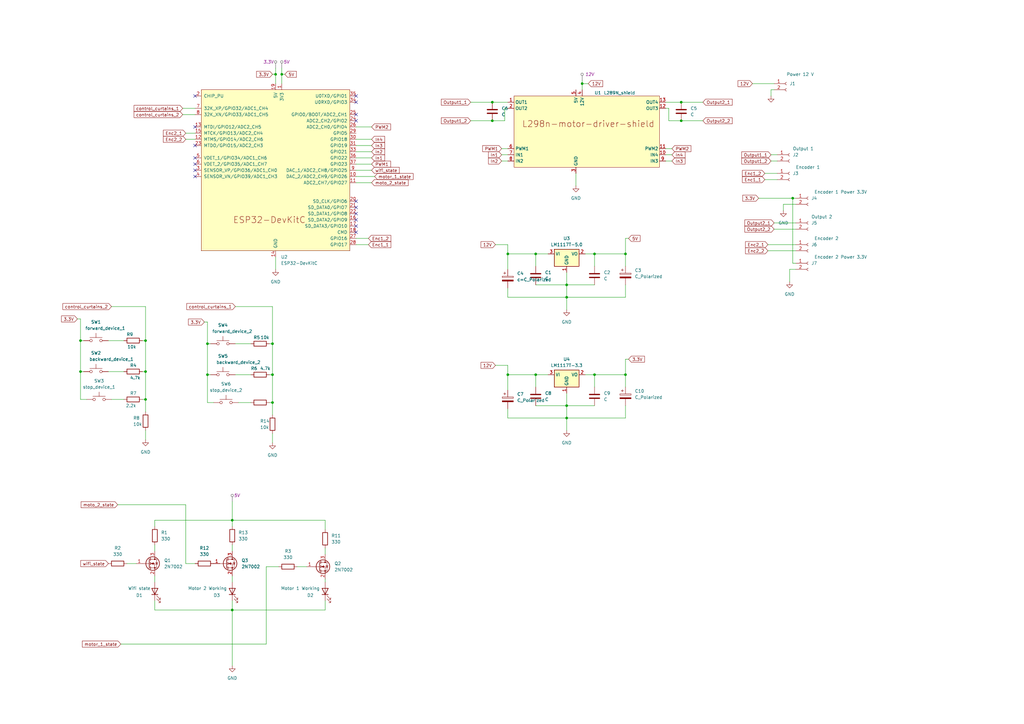
<source format=kicad_sch>
(kicad_sch (version 20230121) (generator eeschema)
  (paper "A3")
  (lib_symbols
    (symbol "Connector:Conn_01x02_Socket" (pin_names (offset 1.016) hide)
      (property "Reference" "J" (at 0 2.54 0))
      (property "Value" "Conn_01x02_Socket" (at 0 -5.08 0))
      (symbol "Conn_01x02_Socket_1_1"
        (arc (start 0 -2.032) (mid -0.5058 -2.54) (end 0 -3.048) (stroke (width 0.1524)))
        (polyline (pts (xy -1.27 -2.54) (xy -0.508 -2.54)) (stroke (width 0.1524)))
        (polyline (pts (xy -1.27 0) (xy -0.508 0)) (stroke (width 0.1524)))
        (arc (start 0 0.508) (mid -0.5058 0) (end 0 -0.508) (stroke (width 0.1524)))
        (pin passive line (at -5.08 0 0) (length 3.81) (name "Pin_1") (number "1"))
        (pin passive line (at -5.08 -2.54 0) (length 3.81) (name "Pin_2") (number "2"))
      )
    )
    (symbol "Device:C" (pin_numbers hide) (pin_names (offset 0.254))
      (property "Reference" "C" (at 0.635 2.54 0))
      (property "Value" "C" (at 0.635 -2.54 0))
      (symbol "C_0_1"
        (polyline (pts (xy -2.032 -0.762) (xy 2.032 -0.762)) (stroke (width 0.508)))
        (polyline (pts (xy -2.032 0.762) (xy 2.032 0.762)) (stroke (width 0.508)))
      )
      (symbol "C_1_1"
        (pin passive line (at 0 3.81 270) (length 2.794) (name "~") (number "1"))
        (pin passive line (at 0 -3.81 90) (length 2.794) (name "~") (number "2"))
      )
    )
    (symbol "Device:C_Polarized" (pin_numbers hide) (pin_names (offset 0.254))
      (property "Reference" "C" (at 0.635 2.54 0))
      (property "Value" "C_Polarized" (at 0.635 -2.54 0))
      (symbol "C_Polarized_0_1"
        (rectangle (start -2.286 0.508) (end 2.286 1.016))
        (polyline (pts (xy -1.778 2.286) (xy -0.762 2.286)))
        (polyline (pts (xy -1.27 2.794) (xy -1.27 1.778)))
        (rectangle (start 2.286 -0.508) (end -2.286 -1.016) (fill (type outline)))
      )
      (symbol "C_Polarized_1_1"
        (pin passive line (at 0 3.81 270) (length 2.794) (name "~") (number "1"))
        (pin passive line (at 0 -3.81 90) (length 2.794) (name "~") (number "2"))
      )
    )
    (symbol "Device:LED" (pin_numbers hide) (pin_names (offset 1.016) hide)
      (property "Reference" "D" (at 0 2.54 0))
      (property "Value" "LED" (at 0 -2.54 0))
      (symbol "LED_0_1"
        (polyline (pts (xy -1.27 -1.27) (xy -1.27 1.27)) (stroke (width 0.254)))
        (polyline (pts (xy -1.27 0) (xy 1.27 0)))
        (polyline (pts (xy 1.27 -1.27) (xy 1.27 1.27) (xy -1.27 0) (xy 1.27 -1.27)) (stroke (width 0.254)))
        (polyline (pts (xy -3.048 -0.762) (xy -4.572 -2.286) (xy -3.81 -2.286) (xy -4.572 -2.286) (xy -4.572 -1.524)))
        (polyline (pts (xy -1.778 -0.762) (xy -3.302 -2.286) (xy -2.54 -2.286) (xy -3.302 -2.286) (xy -3.302 -1.524)))
      )
      (symbol "LED_1_1"
        (pin passive line (at -3.81 0 0) (length 2.54) (name "K") (number "1"))
        (pin passive line (at 3.81 0 180) (length 2.54) (name "A") (number "2"))
      )
    )
    (symbol "Device:R" (pin_numbers hide) (pin_names (offset 0))
      (property "Reference" "R" (at 2.032 0 90))
      (property "Value" "R" (at 0 0 90))
      (symbol "R_0_1"
        (rectangle (start -1.016 -2.54) (end 1.016 2.54) (stroke (width 0.254)))
      )
      (symbol "R_1_1"
        (pin passive line (at 0 3.81 270) (length 1.27) (name "~") (number "1"))
        (pin passive line (at 0 -3.81 90) (length 1.27) (name "~") (number "2"))
      )
    )
    (symbol "PCM_Espressif:ESP32-DevKitC" (pin_names (offset 1.016))
      (property "Reference" "U" (at -30.48 38.1 0))
      (property "Value" "ESP32-DevKitC" (at -30.48 35.56 0))
      (symbol "ESP32-DevKitC_0_0"
        (text "ESP32-DevKitC" (at -2.54 -20.32 0) (effects (font (size 2.54 2.54))))
        (pin power_in line (at 0 -35.56 90) (length 2.54) (name "GND") (number "14"))
        (pin power_in line (at 0 35.56 270) (length 2.54) (name "5V") (number "19"))
      )
      (symbol "ESP32-DevKitC_0_1"
        (rectangle (start -30.48 33.02) (end 30.48 -33.02) (fill (type background)))
      )
      (symbol "ESP32-DevKitC_1_1"
        (pin power_in line (at 2.54 35.56 270) (length 2.54) (name "3V3") (number "1"))
        (pin bidirectional line (at 33.02 -2.54 180) (length 2.54) (name "DAC_2/ADC2_CH9/GPIO26") (number "10"))
        (pin bidirectional line (at 33.02 -5.08 180) (length 2.54) (name "ADC2_CH7/GPIO27") (number "11"))
        (pin bidirectional line (at -33.02 12.7 0) (length 2.54) (name "MTMS/GPIO14/ADC2_CH6") (number "12"))
        (pin bidirectional line (at -33.02 17.78 0) (length 2.54) (name "MTDI/GPIO12/ADC2_CH5") (number "13"))
        (pin bidirectional line (at -33.02 15.24 0) (length 2.54) (name "MTCK/GPIO13/ADC2_CH4") (number "15"))
        (pin bidirectional line (at 33.02 -20.32 180) (length 2.54) (name "SD_DATA2/GPIO9") (number "16"))
        (pin bidirectional line (at 33.02 -22.86 180) (length 2.54) (name "SD_DATA3/GPIO10") (number "17"))
        (pin bidirectional line (at 33.02 -25.4 180) (length 2.54) (name "CMD") (number "18"))
        (pin input line (at -33.02 30.48 0) (length 2.54) (name "CHIP_PU") (number "2"))
        (pin bidirectional line (at 33.02 -12.7 180) (length 2.54) (name "SD_CLK/GPIO6") (number "20"))
        (pin bidirectional line (at 33.02 -15.24 180) (length 2.54) (name "SD_DATA0/GPIO7") (number "21"))
        (pin bidirectional line (at 33.02 -17.78 180) (length 2.54) (name "SD_DATA1/GPIO8") (number "22"))
        (pin bidirectional line (at -33.02 10.16 0) (length 2.54) (name "MTDO/GPIO15/ADC2_CH3") (number "23"))
        (pin bidirectional line (at 33.02 20.32 180) (length 2.54) (name "ADC2_CH2/GPIO2") (number "24"))
        (pin bidirectional line (at 33.02 22.86 180) (length 2.54) (name "GPIO0/BOOT/ADC2_CH1") (number "25"))
        (pin bidirectional line (at 33.02 17.78 180) (length 2.54) (name "ADC2_CH0/GPIO4") (number "26"))
        (pin bidirectional line (at 33.02 -27.94 180) (length 2.54) (name "GPIO16") (number "27"))
        (pin bidirectional line (at 33.02 -30.48 180) (length 2.54) (name "GPIO17") (number "28"))
        (pin bidirectional line (at 33.02 15.24 180) (length 2.54) (name "GPIO5") (number "29"))
        (pin input line (at -33.02 0 0) (length 2.54) (name "SENSOR_VP/GPIO36/ADC1_CH0") (number "3"))
        (pin bidirectional line (at 33.02 12.7 180) (length 2.54) (name "GPIO18") (number "30"))
        (pin bidirectional line (at 33.02 10.16 180) (length 2.54) (name "GPIO19") (number "31"))
        (pin passive line (at 0 -35.56 90) (length 2.54) hide (name "GND") (number "32"))
        (pin bidirectional line (at 33.02 7.62 180) (length 2.54) (name "GPIO21") (number "33"))
        (pin bidirectional line (at 33.02 27.94 180) (length 2.54) (name "U0RXD/GPIO3") (number "34"))
        (pin bidirectional line (at 33.02 30.48 180) (length 2.54) (name "U0TXD/GPIO1") (number "35"))
        (pin bidirectional line (at 33.02 5.08 180) (length 2.54) (name "GPIO22") (number "36"))
        (pin bidirectional line (at 33.02 2.54 180) (length 2.54) (name "GPIO23") (number "37"))
        (pin passive line (at 0 -35.56 90) (length 2.54) hide (name "GND") (number "38"))
        (pin input line (at -33.02 -2.54 0) (length 2.54) (name "SENSOR_VN/GPIO39/ADC1_CH3") (number "4"))
        (pin input line (at -33.02 5.08 0) (length 2.54) (name "VDET_1/GPIO34/ADC1_CH6") (number "5"))
        (pin input line (at -33.02 2.54 0) (length 2.54) (name "VDET_2/GPIO35/ADC1_CH7") (number "6"))
        (pin bidirectional line (at -33.02 25.4 0) (length 2.54) (name "32K_XP/GPIO32/ADC1_CH4") (number "7"))
        (pin bidirectional line (at -33.02 22.86 0) (length 2.54) (name "32K_XN/GPIO33/ADC1_CH5") (number "8"))
        (pin bidirectional line (at 33.02 0 180) (length 2.54) (name "DAC_1/ADC2_CH8/GPIO25") (number "9"))
      )
    )
    (symbol "Regulator_Linear:LM1117T-3.3"
      (property "Reference" "U" (at -3.81 3.175 0))
      (property "Value" "LM1117T-3.3" (at 0 3.175 0))
      (symbol "LM1117T-3.3_0_1"
        (rectangle (start -5.08 -5.08) (end 5.08 1.905) (stroke (width 0.254)) (fill (type background)))
      )
      (symbol "LM1117T-3.3_1_1"
        (pin power_in line (at 0 -7.62 90) (length 2.54) (name "GND") (number "1"))
        (pin power_out line (at 7.62 0 180) (length 2.54) (name "VO") (number "2"))
        (pin power_in line (at -7.62 0 0) (length 2.54) (name "VI") (number "3"))
      )
    )
    (symbol "Regulator_Linear:LM1117T-5.0"
      (property "Reference" "U" (at -3.81 3.175 0))
      (property "Value" "LM1117T-5.0" (at 0 3.175 0))
      (symbol "LM1117T-5.0_0_1"
        (rectangle (start -5.08 -5.08) (end 5.08 1.905) (stroke (width 0.254)) (fill (type background)))
      )
      (symbol "LM1117T-5.0_1_1"
        (pin power_in line (at 0 -7.62 90) (length 2.54) (name "GND") (number "1"))
        (pin power_out line (at 7.62 0 180) (length 2.54) (name "VO") (number "2"))
        (pin power_in line (at -7.62 0 0) (length 2.54) (name "VI") (number "3"))
      )
    )
    (symbol "Switch:SW_Push" (pin_numbers hide) (pin_names (offset 1.016) hide)
      (property "Reference" "SW" (at 1.27 2.54 0))
      (property "Value" "SW_Push" (at 0 -1.524 0))
      (symbol "SW_Push_0_1"
        (circle (center -2.032 0) (radius 0.508))
        (polyline (pts (xy 0 1.27) (xy 0 3.048)))
        (polyline (pts (xy 2.54 1.27) (xy -2.54 1.27)))
        (circle (center 2.032 0) (radius 0.508))
        (pin passive line (at -5.08 0 0) (length 2.54) (name "1") (number "1"))
        (pin passive line (at 5.08 0 180) (length 2.54) (name "2") (number "2"))
      )
    )
    (symbol "Transistor_FET:2N7002" (pin_names hide)
      (property "Reference" "Q" (at 5.08 1.905 0))
      (property "Value" "2N7002" (at 5.08 0 0))
      (symbol "2N7002_0_1"
        (polyline (pts (xy 0.254 0) (xy -2.54 0)))
        (polyline (pts (xy 0.254 1.905) (xy 0.254 -1.905)) (stroke (width 0.254)))
        (polyline (pts (xy 0.762 -1.27) (xy 0.762 -2.286)) (stroke (width 0.254)))
        (polyline (pts (xy 0.762 0.508) (xy 0.762 -0.508)) (stroke (width 0.254)))
        (polyline (pts (xy 0.762 2.286) (xy 0.762 1.27)) (stroke (width 0.254)))
        (polyline (pts (xy 2.54 2.54) (xy 2.54 1.778)))
        (polyline (pts (xy 2.54 -2.54) (xy 2.54 0) (xy 0.762 0)))
        (polyline (pts (xy 0.762 -1.778) (xy 3.302 -1.778) (xy 3.302 1.778) (xy 0.762 1.778)))
        (polyline (pts (xy 1.016 0) (xy 2.032 0.381) (xy 2.032 -0.381) (xy 1.016 0)) (fill (type outline)))
        (polyline (pts (xy 2.794 0.508) (xy 2.921 0.381) (xy 3.683 0.381) (xy 3.81 0.254)))
        (polyline (pts (xy 3.302 0.381) (xy 2.921 -0.254) (xy 3.683 -0.254) (xy 3.302 0.381)))
        (circle (center 1.651 0) (radius 2.794) (stroke (width 0.254)))
        (circle (center 2.54 -1.778) (radius 0.254) (fill (type outline)))
        (circle (center 2.54 1.778) (radius 0.254) (fill (type outline)))
      )
      (symbol "2N7002_1_1"
        (pin input line (at -5.08 0 0) (length 2.54) (name "G") (number "1"))
        (pin passive line (at 2.54 -5.08 90) (length 2.54) (name "S") (number "2"))
        (pin passive line (at 2.54 5.08 270) (length 2.54) (name "D") (number "3"))
      )
    )
    (symbol "balashoff_sym:L289N_shield"
      (property "Reference" "U1" (at 7.62 20.32 0))
      (property "Value" "L289N_shield" (at 11.43 20.32 0))
      (symbol "L289N_shield_0_1"
        (rectangle (start -25.4 19.05) (end 34.29 -10.16) (fill (type background)))
      )
      (symbol "L289N_shield_1_0"
        (text "L298n-motor-driver-shield" (at 5.08 7.62 0) (effects (font (size 2.54 2.54))))
      )
      (symbol "L289N_shield_1_1"
        (pin output line (at -27.94 16.51 0) (length 2.54) (name "OUT1") (number "1"))
        (pin input line (at 36.83 -5.08 180) (length 2.54) (name "IN4") (number "10"))
        (pin input line (at 36.83 -2.54 180) (length 2.54) (name "PWM2") (number "11"))
        (pin output line (at 36.83 13.97 180) (length 2.54) (name "OUT3") (number "12"))
        (pin output line (at 36.83 16.51 180) (length 2.54) (name "OUT4") (number "13"))
        (pin output line (at -27.94 13.97 0) (length 2.54) (name "OUT2") (number "2"))
        (pin passive line (at 0 -12.7 90) (length 2.54) (name "GND") (number "3"))
        (pin power_in line (at 2.54 21.59 270) (length 2.54) (name "12V") (number "4"))
        (pin power_in line (at 0 21.59 270) (length 2.54) (name "5V") (number "5"))
        (pin input line (at -27.94 -2.54 0) (length 2.54) (name "PWM1") (number "6"))
        (pin input line (at -27.94 -5.08 0) (length 2.54) (name "IN1") (number "7"))
        (pin input line (at -27.94 -7.62 0) (length 2.54) (name "IN2") (number "8"))
        (pin input line (at 36.83 -7.62 180) (length 2.54) (name "IN3") (number "9"))
      )
    )
    (symbol "power:GND" (power) (pin_names (offset 0))
      (property "Value" "GND" (at 0 -3.81 0))
      (symbol "GND_0_1"
        (polyline (pts (xy 0 0) (xy 0 -1.27) (xy 1.27 -1.27) (xy 0 -2.54) (xy -1.27 -1.27) (xy 0 -1.27)))
      )
      (symbol "GND_1_1"
        (pin power_in line (at 0 0 270) (length 0) hide (name "GND") (number "1"))
      )
    )
  )
  (junction (at 208.28 153.67))
  (junction (at 85.09 153.67))
  (junction (at 232.41 171.45))
  (junction (at 256.54 153.67))
  (junction (at 279.4 49.53))
  (junction (at 208.28 104.14))
  (junction (at 325.12 81.28))
  (junction (at 243.84 153.67))
  (junction (at 59.69 139.7))
  (junction (at 115.57 30.48))
  (junction (at 59.69 163.83))
  (junction (at 33.02 152.4))
  (junction (at 201.93 49.53))
  (junction (at 219.71 104.14))
  (junction (at 59.69 152.4))
  (junction (at 256.54 104.14))
  (junction (at 201.93 41.91))
  (junction (at 238.76 34.29))
  (junction (at 113.03 30.48))
  (junction (at 111.76 165.1))
  (junction (at 111.76 140.97))
  (junction (at 232.41 116.84))
  (junction (at 95.25 213.36))
  (junction (at 232.41 121.92))
  (junction (at 111.76 153.67))
  (junction (at 219.71 153.67))
  (junction (at 243.84 104.14))
  (junction (at 232.41 166.37))
  (junction (at 33.02 139.7))
  (junction (at 279.4 41.91))
  (junction (at 95.25 250.19))
  (junction (at 85.09 140.97))
  (no_connect (at 80.01 69.85))
  (no_connect (at 146.05 46.99))
  (no_connect (at 146.05 49.53))
  (no_connect (at 80.01 59.69))
  (no_connect (at 146.05 90.17))
  (no_connect (at 80.01 67.31))
  (no_connect (at 146.05 39.37))
  (no_connect (at 146.05 92.71))
  (no_connect (at 146.05 95.25))
  (no_connect (at 80.01 52.07))
  (no_connect (at 80.01 39.37))
  (no_connect (at 146.05 82.55))
  (no_connect (at 146.05 41.91))
  (no_connect (at 146.05 87.63))
  (no_connect (at 80.01 64.77))
  (no_connect (at 146.05 85.09))
  (no_connect (at 80.01 72.39))
  (wire (pts (xy 323.85 110.49) (xy 326.39 110.49)))
  (wire (pts (xy 314.96 102.87) (xy 326.39 102.87)))
  (wire (pts (xy 109.22 264.16) (xy 109.22 232.41)))
  (wire (pts (xy 279.4 49.53) (xy 274.32 49.53)))
  (wire (pts (xy 95.25 236.22) (xy 95.25 238.76)))
  (wire (pts (xy 74.93 46.99) (xy 80.01 46.99)))
  (wire (pts (xy 238.76 34.29) (xy 241.3 34.29)))
  (wire (pts (xy 133.35 250.19) (xy 133.35 246.38)))
  (wire (pts (xy 232.41 116.84) (xy 243.84 116.84)))
  (wire (pts (xy 52.07 231.14) (xy 55.88 231.14)))
  (wire (pts (xy 273.05 66.04) (xy 275.59 66.04)))
  (wire (pts (xy 257.81 97.79) (xy 256.54 97.79)))
  (wire (pts (xy 96.52 153.67) (xy 102.87 153.67)))
  (wire (pts (xy 76.2 207.01) (xy 48.26 207.01)))
  (wire (pts (xy 232.41 121.92) (xy 232.41 127)))
  (wire (pts (xy 203.2 149.86) (xy 208.28 149.86)))
  (wire (pts (xy 63.5 223.52) (xy 63.5 226.06)))
  (wire (pts (xy 256.54 109.22) (xy 256.54 104.14)))
  (wire (pts (xy 321.31 83.82) (xy 326.39 83.82)))
  (wire (pts (xy 256.54 171.45) (xy 256.54 166.37)))
  (wire (pts (xy 323.85 110.49) (xy 323.85 115.57)))
  (wire (pts (xy 238.76 33.02) (xy 238.76 34.29)))
  (wire (pts (xy 316.23 36.83) (xy 316.23 39.37)))
  (wire (pts (xy 256.54 121.92) (xy 256.54 116.84)))
  (wire (pts (xy 49.53 264.16) (xy 109.22 264.16)))
  (wire (pts (xy 321.31 83.82) (xy 321.31 86.36)))
  (wire (pts (xy 232.41 161.29) (xy 232.41 166.37)))
  (wire (pts (xy 85.09 140.97) (xy 85.09 153.67)))
  (wire (pts (xy 63.5 236.22) (xy 63.5 238.76)))
  (wire (pts (xy 44.45 152.4) (xy 50.8 152.4)))
  (wire (pts (xy 59.69 163.83) (xy 59.69 168.91)))
  (wire (pts (xy 273.05 63.5) (xy 275.59 63.5)))
  (wire (pts (xy 205.74 66.04) (xy 208.28 66.04)))
  (wire (pts (xy 45.72 125.73) (xy 59.69 125.73)))
  (wire (pts (xy 133.35 224.79) (xy 133.35 227.33)))
  (wire (pts (xy 208.28 104.14) (xy 208.28 110.49)))
  (wire (pts (xy 274.32 44.45) (xy 273.05 44.45)))
  (wire (pts (xy 95.25 213.36) (xy 133.35 213.36)))
  (wire (pts (xy 44.45 139.7) (xy 50.8 139.7)))
  (wire (pts (xy 31.75 130.81) (xy 33.02 130.81)))
  (wire (pts (xy 45.72 163.83) (xy 50.8 163.83)))
  (wire (pts (xy 256.54 104.14) (xy 243.84 104.14)))
  (wire (pts (xy 58.42 163.83) (xy 59.69 163.83)))
  (wire (pts (xy 256.54 158.75) (xy 256.54 153.67)))
  (wire (pts (xy 243.84 158.75) (xy 243.84 153.67)))
  (wire (pts (xy 313.69 73.66) (xy 318.77 73.66)))
  (wire (pts (xy 207.01 44.45) (xy 208.28 44.45)))
  (wire (pts (xy 273.05 60.96) (xy 275.59 60.96)))
  (wire (pts (xy 274.32 49.53) (xy 274.32 44.45)))
  (wire (pts (xy 207.01 49.53) (xy 207.01 44.45)))
  (wire (pts (xy 113.03 30.48) (xy 113.03 34.29)))
  (wire (pts (xy 63.5 250.19) (xy 95.25 250.19)))
  (wire (pts (xy 113.03 110.49) (xy 113.03 105.41)))
  (wire (pts (xy 110.49 140.97) (xy 111.76 140.97)))
  (wire (pts (xy 208.28 118.11) (xy 208.28 121.92)))
  (wire (pts (xy 111.76 153.67) (xy 111.76 140.97)))
  (wire (pts (xy 208.28 171.45) (xy 232.41 171.45)))
  (wire (pts (xy 243.84 109.22) (xy 243.84 104.14)))
  (wire (pts (xy 35.56 163.83) (xy 33.02 163.83)))
  (wire (pts (xy 33.02 130.81) (xy 33.02 139.7)))
  (wire (pts (xy 110.49 165.1) (xy 111.76 165.1)))
  (wire (pts (xy 146.05 62.23) (xy 152.4 62.23)))
  (wire (pts (xy 232.41 171.45) (xy 256.54 171.45)))
  (wire (pts (xy 311.15 81.28) (xy 325.12 81.28)))
  (wire (pts (xy 219.71 104.14) (xy 224.79 104.14)))
  (wire (pts (xy 243.84 153.67) (xy 240.03 153.67)))
  (wire (pts (xy 110.49 153.67) (xy 111.76 153.67)))
  (wire (pts (xy 76.2 57.15) (xy 80.01 57.15)))
  (wire (pts (xy 325.12 81.28) (xy 326.39 81.28)))
  (wire (pts (xy 232.41 166.37) (xy 232.41 171.45)))
  (wire (pts (xy 146.05 97.79) (xy 151.13 97.79)))
  (wire (pts (xy 33.02 139.7) (xy 33.02 152.4)))
  (wire (pts (xy 279.4 49.53) (xy 288.29 49.53)))
  (wire (pts (xy 95.25 223.52) (xy 95.25 226.06)))
  (wire (pts (xy 95.25 250.19) (xy 133.35 250.19)))
  (wire (pts (xy 316.23 63.5) (xy 318.77 63.5)))
  (wire (pts (xy 59.69 176.53) (xy 59.69 180.34)))
  (wire (pts (xy 86.36 140.97) (xy 85.09 140.97)))
  (wire (pts (xy 59.69 152.4) (xy 59.69 139.7)))
  (wire (pts (xy 58.42 152.4) (xy 59.69 152.4)))
  (wire (pts (xy 193.04 41.91) (xy 201.93 41.91)))
  (wire (pts (xy 243.84 104.14) (xy 240.03 104.14)))
  (wire (pts (xy 115.57 27.94) (xy 115.57 30.48)))
  (wire (pts (xy 257.81 147.32) (xy 256.54 147.32)))
  (wire (pts (xy 208.28 100.33) (xy 208.28 104.14)))
  (wire (pts (xy 113.03 27.94) (xy 113.03 30.48)))
  (wire (pts (xy 115.57 30.48) (xy 116.84 30.48)))
  (wire (pts (xy 219.71 109.22) (xy 219.71 104.14)))
  (wire (pts (xy 63.5 246.38) (xy 63.5 250.19)))
  (wire (pts (xy 317.5 93.98) (xy 326.39 93.98)))
  (wire (pts (xy 308.61 34.29) (xy 317.5 34.29)))
  (wire (pts (xy 146.05 72.39) (xy 153.67 72.39)))
  (wire (pts (xy 59.69 163.83) (xy 59.69 152.4)))
  (wire (pts (xy 256.54 147.32) (xy 256.54 153.67)))
  (wire (pts (xy 95.25 250.19) (xy 95.25 273.05)))
  (wire (pts (xy 95.25 246.38) (xy 95.25 250.19)))
  (wire (pts (xy 63.5 213.36) (xy 95.25 213.36)))
  (wire (pts (xy 219.71 116.84) (xy 232.41 116.84)))
  (wire (pts (xy 232.41 116.84) (xy 232.41 121.92)))
  (wire (pts (xy 208.28 153.67) (xy 219.71 153.67)))
  (wire (pts (xy 325.12 107.95) (xy 325.12 81.28)))
  (wire (pts (xy 256.54 97.79) (xy 256.54 104.14)))
  (wire (pts (xy 208.28 104.14) (xy 219.71 104.14)))
  (wire (pts (xy 317.5 36.83) (xy 316.23 36.83)))
  (wire (pts (xy 316.23 66.04) (xy 318.77 66.04)))
  (wire (pts (xy 205.74 63.5) (xy 208.28 63.5)))
  (wire (pts (xy 238.76 34.29) (xy 238.76 36.83)))
  (wire (pts (xy 33.02 152.4) (xy 34.29 152.4)))
  (wire (pts (xy 111.76 177.8) (xy 111.76 181.61)))
  (wire (pts (xy 85.09 153.67) (xy 85.09 165.1)))
  (wire (pts (xy 111.76 165.1) (xy 111.76 170.18)))
  (wire (pts (xy 95.25 213.36) (xy 95.25 215.9)))
  (wire (pts (xy 203.2 100.33) (xy 208.28 100.33)))
  (wire (pts (xy 59.69 125.73) (xy 59.69 139.7)))
  (wire (pts (xy 201.93 41.91) (xy 208.28 41.91)))
  (wire (pts (xy 313.69 71.12) (xy 318.77 71.12)))
  (wire (pts (xy 219.71 158.75) (xy 219.71 153.67)))
  (wire (pts (xy 111.76 30.48) (xy 113.03 30.48)))
  (wire (pts (xy 146.05 57.15) (xy 152.4 57.15)))
  (wire (pts (xy 232.41 121.92) (xy 256.54 121.92)))
  (wire (pts (xy 96.52 140.97) (xy 102.87 140.97)))
  (wire (pts (xy 146.05 100.33) (xy 151.13 100.33)))
  (wire (pts (xy 317.5 91.44) (xy 326.39 91.44)))
  (wire (pts (xy 279.4 41.91) (xy 273.05 41.91)))
  (wire (pts (xy 232.41 166.37) (xy 243.84 166.37)))
  (wire (pts (xy 205.74 60.96) (xy 208.28 60.96)))
  (wire (pts (xy 152.4 74.93) (xy 146.05 74.93)))
  (wire (pts (xy 58.42 139.7) (xy 59.69 139.7)))
  (wire (pts (xy 85.09 153.67) (xy 86.36 153.67)))
  (wire (pts (xy 76.2 231.14) (xy 76.2 207.01)))
  (wire (pts (xy 133.35 237.49) (xy 133.35 238.76)))
  (wire (pts (xy 85.09 132.08) (xy 85.09 140.97)))
  (wire (pts (xy 115.57 30.48) (xy 115.57 34.29)))
  (wire (pts (xy 83.82 132.08) (xy 85.09 132.08)))
  (wire (pts (xy 109.22 232.41) (xy 114.3 232.41)))
  (wire (pts (xy 219.71 166.37) (xy 232.41 166.37)))
  (wire (pts (xy 34.29 139.7) (xy 33.02 139.7)))
  (wire (pts (xy 80.01 231.14) (xy 76.2 231.14)))
  (wire (pts (xy 201.93 49.53) (xy 207.01 49.53)))
  (wire (pts (xy 152.4 69.85) (xy 146.05 69.85)))
  (wire (pts (xy 146.05 67.31) (xy 152.4 67.31)))
  (wire (pts (xy 96.52 125.73) (xy 111.76 125.73)))
  (wire (pts (xy 111.76 125.73) (xy 111.76 140.97)))
  (wire (pts (xy 146.05 64.77) (xy 152.4 64.77)))
  (wire (pts (xy 232.41 171.45) (xy 232.41 176.53)))
  (wire (pts (xy 76.2 54.61) (xy 80.01 54.61)))
  (wire (pts (xy 208.28 149.86) (xy 208.28 153.67)))
  (wire (pts (xy 33.02 152.4) (xy 33.02 163.83)))
  (wire (pts (xy 97.79 165.1) (xy 102.87 165.1)))
  (wire (pts (xy 95.25 205.74) (xy 95.25 213.36)))
  (wire (pts (xy 74.93 44.45) (xy 80.01 44.45)))
  (wire (pts (xy 232.41 111.76) (xy 232.41 116.84)))
  (wire (pts (xy 87.63 165.1) (xy 85.09 165.1)))
  (wire (pts (xy 326.39 107.95) (xy 325.12 107.95)))
  (wire (pts (xy 256.54 153.67) (xy 243.84 153.67)))
  (wire (pts (xy 314.96 100.33) (xy 326.39 100.33)))
  (wire (pts (xy 208.28 153.67) (xy 208.28 160.02)))
  (wire (pts (xy 193.04 49.53) (xy 201.93 49.53)))
  (wire (pts (xy 146.05 59.69) (xy 152.4 59.69)))
  (wire (pts (xy 111.76 165.1) (xy 111.76 153.67)))
  (wire (pts (xy 208.28 121.92) (xy 232.41 121.92)))
  (wire (pts (xy 288.29 41.91) (xy 279.4 41.91)))
  (wire (pts (xy 63.5 215.9) (xy 63.5 213.36)))
  (wire (pts (xy 236.22 71.12) (xy 236.22 76.2)))
  (wire (pts (xy 208.28 167.64) (xy 208.28 171.45)))
  (wire (pts (xy 121.92 232.41) (xy 125.73 232.41)))
  (wire (pts (xy 133.35 213.36) (xy 133.35 217.17)))
  (wire (pts (xy 219.71 153.67) (xy 224.79 153.67)))
  (wire (pts (xy 146.05 52.07) (xy 152.4 52.07)))
  (global_label "Output2_1" (shape input) (at 288.29 41.91 0) (property "Intersheetrefs" "${INTERSHEET_REFS}" (effects hide)))
  (global_label "5V" (shape input) (at 257.81 97.79 0) (property "Intersheetrefs" "${INTERSHEET_REFS}" (effects hide)))
  (global_label "Output2_1" (shape input) (at 317.5 91.44 180) (property "Intersheetrefs" "${INTERSHEET_REFS}" (effects hide)))
  (global_label "In4" (shape input) (at 275.59 63.5 0) (property "Intersheetrefs" "${INTERSHEET_REFS}" (effects hide)))
  (global_label "5V" (shape input) (at 116.84 30.48 0) (property "Intersheetrefs" "${INTERSHEET_REFS}" (effects hide)))
  (global_label "3.3V" (shape input) (at 31.75 130.81 180) (property "Intersheetrefs" "${INTERSHEET_REFS}" (effects hide)))
  (global_label "In3" (shape input) (at 275.59 66.04 0) (property "Intersheetrefs" "${INTERSHEET_REFS}" (effects hide)))
  (global_label "Enc2_1" (shape input) (at 76.2 54.61 180) (property "Intersheetrefs" "${INTERSHEET_REFS}" (effects hide)))
  (global_label "PWM2" (shape input) (at 275.59 60.96 0) (property "Intersheetrefs" "${INTERSHEET_REFS}" (effects hide)))
  (global_label "control_curtains_2" (shape input) (at 74.93 46.99 180) (property "Intersheetrefs" "${INTERSHEET_REFS}" (effects hide)))
  (global_label "Output1_2" (shape input) (at 316.23 66.04 180) (property "Intersheetrefs" "${INTERSHEET_REFS}" (effects hide)))
  (global_label "PWM1" (shape input) (at 152.4 67.31 0) (property "Intersheetrefs" "${INTERSHEET_REFS}" (effects hide)))
  (global_label "control_curtains_2" (shape input) (at 45.72 125.73 180) (property "Intersheetrefs" "${INTERSHEET_REFS}" (effects hide)))
  (global_label "3.3V" (shape input) (at 83.82 132.08 180) (property "Intersheetrefs" "${INTERSHEET_REFS}" (effects hide)))
  (global_label "control_curtains_1" (shape input) (at 96.52 125.73 180) (property "Intersheetrefs" "${INTERSHEET_REFS}" (effects hide)))
  (global_label "In3" (shape input) (at 152.4 59.69 0) (property "Intersheetrefs" "${INTERSHEET_REFS}" (effects hide)))
  (global_label "12V" (shape input) (at 203.2 100.33 180) (property "Intersheetrefs" "${INTERSHEET_REFS}" (effects hide)))
  (global_label "control_curtains_1" (shape input) (at 74.93 44.45 180) (property "Intersheetrefs" "${INTERSHEET_REFS}" (effects hide)))
  (global_label "wifi_state" (shape input) (at 44.45 231.14 180) (property "Intersheetrefs" "${INTERSHEET_REFS}" (effects hide)))
  (global_label "Enc2_2" (shape input) (at 314.96 102.87 180) (property "Intersheetrefs" "${INTERSHEET_REFS}" (effects hide)))
  (global_label "wifi_state" (shape input) (at 152.4 69.85 0) (property "Intersheetrefs" "${INTERSHEET_REFS}" (effects hide)))
  (global_label "motor_1_state" (shape input) (at 49.53 264.16 180) (property "Intersheetrefs" "${INTERSHEET_REFS}" (effects hide)))
  (global_label "Output2_2" (shape input) (at 288.29 49.53 0) (property "Intersheetrefs" "${INTERSHEET_REFS}" (effects hide)))
  (global_label "12V" (shape input) (at 241.3 34.29 0) (property "Intersheetrefs" "${INTERSHEET_REFS}" (effects hide)))
  (global_label "motor_1_state" (shape input) (at 153.67 72.39 0) (property "Intersheetrefs" "${INTERSHEET_REFS}" (effects hide)))
  (global_label "3.3V" (shape input) (at 257.81 147.32 0) (property "Intersheetrefs" "${INTERSHEET_REFS}" (effects hide)))
  (global_label "moto_2_state" (shape input) (at 152.4 74.93 0) (property "Intersheetrefs" "${INTERSHEET_REFS}" (effects hide)))
  (global_label "Enc1_1" (shape input) (at 151.13 100.33 0) (property "Intersheetrefs" "${INTERSHEET_REFS}" (effects hide)))
  (global_label "Output1_2" (shape input) (at 193.04 49.53 180) (property "Intersheetrefs" "${INTERSHEET_REFS}" (effects hide)))
  (global_label "Enc2_2" (shape input) (at 76.2 57.15 180) (property "Intersheetrefs" "${INTERSHEET_REFS}" (effects hide)))
  (global_label "PWM1" (shape input) (at 205.74 60.96 180) (property "Intersheetrefs" "${INTERSHEET_REFS}" (effects hide)))
  (global_label "In1" (shape input) (at 152.4 64.77 0) (property "Intersheetrefs" "${INTERSHEET_REFS}" (effects hide)))
  (global_label "In1" (shape input) (at 205.74 63.5 180) (property "Intersheetrefs" "${INTERSHEET_REFS}" (effects hide)))
  (global_label "In4" (shape input) (at 152.4 57.15 0) (property "Intersheetrefs" "${INTERSHEET_REFS}" (effects hide)))
  (global_label "12V" (shape input) (at 308.61 34.29 180) (property "Intersheetrefs" "${INTERSHEET_REFS}" (effects hide)))
  (global_label "Enc1_2" (shape input) (at 313.69 71.12 180) (property "Intersheetrefs" "${INTERSHEET_REFS}" (effects hide)))
  (global_label "In2" (shape input) (at 205.74 66.04 180) (property "Intersheetrefs" "${INTERSHEET_REFS}" (effects hide)))
  (global_label "3.3V" (shape input) (at 111.76 30.48 180) (property "Intersheetrefs" "${INTERSHEET_REFS}" (effects hide)))
  (global_label "Output2_2" (shape input) (at 317.5 93.98 180) (property "Intersheetrefs" "${INTERSHEET_REFS}" (effects hide)))
  (global_label "3.3V" (shape input) (at 311.15 81.28 180) (property "Intersheetrefs" "${INTERSHEET_REFS}" (effects hide)))
  (global_label "PWM2" (shape input) (at 152.4 52.07 0) (property "Intersheetrefs" "${INTERSHEET_REFS}" (effects hide)))
  (global_label "moto_2_state" (shape input) (at 48.26 207.01 180) (property "Intersheetrefs" "${INTERSHEET_REFS}" (effects hide)))
  (global_label "12V" (shape input) (at 203.2 149.86 180) (property "Intersheetrefs" "${INTERSHEET_REFS}" (effects hide)))
  (global_label "Output1_1" (shape input) (at 193.04 41.91 180) (property "Intersheetrefs" "${INTERSHEET_REFS}" (effects hide)))
  (global_label "Enc1_2" (shape input) (at 151.13 97.79 0) (property "Intersheetrefs" "${INTERSHEET_REFS}" (effects hide)))
  (global_label "Enc1_1" (shape input) (at 313.69 73.66 180) (property "Intersheetrefs" "${INTERSHEET_REFS}" (effects hide)))
  (global_label "Output1_1" (shape input) (at 316.23 63.5 180) (property "Intersheetrefs" "${INTERSHEET_REFS}" (effects hide)))
  (global_label "In2" (shape input) (at 152.4 62.23 0) (property "Intersheetrefs" "${INTERSHEET_REFS}" (effects hide)))
  (global_label "Enc2_1" (shape input) (at 314.96 100.33 180) (property "Intersheetrefs" "${INTERSHEET_REFS}" (effects hide)))
  (netclass_flag "" (length 2.54) (shape round) (at 115.57 27.94 0) (property "Netclass" "5V" (at 116.2685 25.4 0) (effects (font italic) (justify left))))
  (netclass_flag "" (length 2.54) (shape round) (at 113.03 27.94 0) (property "Netclass" "3.3V" (at 107.95 25.4 0) (effects (font italic) (justify left))))
  (netclass_flag "" (length 2.54) (shape round) (at 238.76 33.02 0) (property "Netclass" "12V" (at 240.03 30.48 0) (effects (font italic) (justify left))))
  (netclass_flag "" (length 2.54) (shape round) (at 95.25 205.74 0) (property "Netclass" "5V" (at 95.9485 203.2 0) (effects (font italic) (justify left))))
  (symbol (lib_id "Device:C") (at 279.4 45.72 0) (unit 1)
    (property "Reference" "C5" (at 283.21 44.45 0) (effects (justify left)))
    (property "Value" "C" (at 283.21 46.99 0) (effects (justify left)))
    (property "Footprint" "Capacitor_THT:C_Disc_D9.0mm_W5.0mm_P5.00mm" (effects hide))
  )
  (symbol (lib_id "Device:C") (at 243.84 113.03 0) (unit 1)
    (property "Reference" "C2" (at 247.65 111.76 0) (effects (justify left)))
    (property "Value" "C" (at 247.65 114.3 0) (effects (justify left)))
    (property "Footprint" "Capacitor_SMD:C_1206_3216Metric" (effects hide))
  )
  (symbol (lib_id "Device:R") (at 54.61 152.4 270) (mirror x) (unit 1)
    (property "Reference" "R4" (at 53.34 149.86 90) (effects (justify left)))
    (property "Value" "4.7k" (at 53.34 154.94 90) (effects (justify left)))
    (property "Footprint" "Resistor_SMD:R_1206_3216Metric" (effects hide))
  )
  (symbol (lib_id "power:GND") (at 113.03 110.49 0) (unit 1)
    (property "Reference" "#PWR04" (effects hide))
    (property "Value" "GND" (at 113.03 115.57 0))
  )
  (symbol (lib_id "Connector:Conn_01x02_Socket") (at 331.47 107.95 0) (unit 1)
    (property "Reference" "J7" (at 332.74 107.95 0) (effects (justify left)))
    (property "Value" "Encoder 2 Power 3.3V" (at 334.01 105.41 0) (effects (justify left)))
    (property "Footprint" "Connector_JST:JST_EH_B2B-EH-A_1x02_P2.50mm_Vertical" (effects hide))
  )
  (symbol (lib_id "Transistor_FET:2N7002") (at 92.71 231.14 0) (unit 1)
    (property "Reference" "Q3" (at 99.06 229.87 0) (effects (justify left)))
    (property "Value" "2N7002" (at 99.06 232.41 0) (effects (justify left)))
    (property "Footprint" "Package_TO_SOT_SMD:SOT-23" (effects hide))
    (property "Datasheet" "https://www.onsemi.com/pub/Collateral/NDS7002A-D.PDF" (effects hide))
  )
  (symbol (lib_id "Switch:SW_Push") (at 91.44 140.97 0) (unit 1)
    (property "Reference" "SW4" (at 91.44 133.35 0))
    (property "Value" "forward_device_2" (at 95.25 135.89 0))
    (property "Footprint" "Button_Switch_THT:SW_PUSH_6mm_H4.3mm" (effects hide))
  )
  (symbol (lib_id "Device:R") (at 106.68 140.97 90) (unit 1)
    (property "Reference" "R5" (at 106.68 138.43 90) (effects (justify left)))
    (property "Value" "10k" (at 110.49 138.43 90) (effects (justify left)))
    (property "Footprint" "Resistor_SMD:R_1206_3216Metric" (effects hide))
  )
  (symbol (lib_id "Regulator_Linear:LM1117T-5.0") (at 232.41 104.14 0) (unit 1)
    (property "Reference" "U3" (at 232.41 97.79 0))
    (property "Value" "LM1117T-5.0" (at 232.41 100.33 0))
    (property "Footprint" "Package_TO_SOT_THT:TO-220-3_Vertical" (effects hide))
    (property "Datasheet" "http://www.ti.com/lit/ds/symlink/lm1117.pdf" (effects hide))
  )
  (symbol (lib_id "power:GND") (at 59.69 180.34 0) (unit 1)
    (property "Reference" "#PWR01" (effects hide))
    (property "Value" "GND" (at 59.69 185.42 0))
  )
  (symbol (lib_id "Device:R") (at 118.11 232.41 90) (unit 1)
    (property "Reference" "R3" (at 118.11 226.06 90))
    (property "Value" "330" (at 118.11 228.6 90))
    (property "Footprint" "Resistor_SMD:R_1206_3216Metric" (effects hide))
  )
  (symbol (lib_id "Device:C") (at 219.71 113.03 0) (unit 1)
    (property "Reference" "C1" (at 223.52 111.76 0) (effects (justify left)))
    (property "Value" "C" (at 223.52 114.3 0) (effects (justify left)))
    (property "Footprint" "Capacitor_SMD:C_1206_3216Metric" (effects hide))
  )
  (symbol (lib_id "power:GND") (at 232.41 176.53 0) (unit 1)
    (property "Reference" "#PWR09" (effects hide))
    (property "Value" "GND" (at 232.41 181.61 0))
  )
  (symbol (lib_id "Connector:Conn_01x02_Socket") (at 322.58 34.29 0) (unit 1)
    (property "Reference" "J1" (at 323.85 34.29 0) (effects (justify left)))
    (property "Value" "Power 12 V" (at 322.58 30.48 0) (effects (justify left)))
    (property "Footprint" "Connector_JST:JST_EH_B2B-EH-A_1x02_P2.50mm_Vertical" (effects hide))
  )
  (symbol (lib_id "Device:R") (at 106.68 153.67 270) (mirror x) (unit 1)
    (property "Reference" "R6" (at 102.87 151.13 90) (effects (justify left)))
    (property "Value" "4.7k" (at 106.68 151.13 90) (effects (justify left)))
    (property "Footprint" "Resistor_SMD:R_1206_3216Metric" (effects hide))
  )
  (symbol (lib_id "Device:R") (at 83.82 231.14 90) (unit 1)
    (property "Reference" "R12" (at 83.82 224.79 90))
    (property "Value" "330" (at 83.82 227.33 90))
    (property "Footprint" "Resistor_SMD:R_1206_3216Metric" (effects hide))
  )
  (symbol (lib_id "Device:R") (at 111.76 173.99 0) (unit 1)
    (property "Reference" "R14" (at 106.68 172.72 0) (effects (justify left)))
    (property "Value" "10k" (at 106.68 175.26 0) (effects (justify left)))
    (property "Footprint" "Resistor_SMD:R_1206_3216Metric" (effects hide))
  )
  (symbol (lib_id "Device:R") (at 54.61 163.83 90) (unit 1)
    (property "Reference" "R7" (at 53.34 161.29 90) (effects (justify right)))
    (property "Value" "2.2k" (at 55.88 166.37 90) (effects (justify left)))
    (property "Footprint" "Resistor_SMD:R_1206_3216Metric" (effects hide))
  )
  (symbol (lib_id "Connector:Conn_01x02_Socket") (at 323.85 63.5 0) (unit 1)
    (property "Reference" "J2" (at 325.12 63.5 0) (effects (justify left)))
    (property "Value" "Output 1" (at 325.12 60.96 0) (effects (justify left)))
    (property "Footprint" "Connector_JST:JST_EH_B2B-EH-A_1x02_P2.50mm_Vertical" (effects hide))
  )
  (symbol (lib_id "Switch:SW_Push") (at 92.71 165.1 0) (unit 1)
    (property "Reference" "SW6" (at 92.71 157.48 0))
    (property "Value" "stop_device_2" (at 92.71 160.02 0))
    (property "Footprint" "Button_Switch_THT:SW_PUSH_6mm_H4.3mm" (effects hide))
  )
  (symbol (lib_id "Connector:Conn_01x02_Socket") (at 331.47 91.44 0) (unit 1)
    (property "Reference" "J5" (at 332.74 91.44 0) (effects (justify left)))
    (property "Value" "Output 2" (at 332.74 88.9 0) (effects (justify left)))
    (property "Footprint" "Connector_JST:JST_EH_B2B-EH-A_1x02_P2.50mm_Vertical" (effects hide))
  )
  (symbol (lib_id "Device:R") (at 95.25 219.71 0) (unit 1)
    (property "Reference" "R13" (at 97.79 218.44 0) (effects (justify left)))
    (property "Value" "330" (at 97.79 220.98 0) (effects (justify left)))
    (property "Footprint" "Resistor_SMD:R_1206_3216Metric" (effects hide))
  )
  (symbol (lib_id "Regulator_Linear:LM1117T-3.3") (at 232.41 153.67 0) (unit 1)
    (property "Reference" "U4" (at 232.41 147.32 0))
    (property "Value" "LM1117T-3.3" (at 232.41 149.86 0))
    (property "Footprint" "Package_TO_SOT_THT:TO-220-3_Vertical" (effects hide))
    (property "Datasheet" "http://www.ti.com/lit/ds/symlink/lm1117.pdf" (effects hide))
  )
  (symbol (lib_id "Device:C") (at 219.71 162.56 0) (unit 1)
    (property "Reference" "C8" (at 223.52 161.29 0) (effects (justify left)))
    (property "Value" "C" (at 223.52 163.83 0) (effects (justify left)))
    (property "Footprint" "Capacitor_SMD:C_1206_3216Metric" (effects hide))
  )
  (symbol (lib_id "Connector:Conn_01x02_Socket") (at 331.47 100.33 0) (unit 1)
    (property "Reference" "J6" (at 332.74 100.33 0) (effects (justify left)))
    (property "Value" "Encoder 2" (at 334.01 97.79 0) (effects (justify left)))
    (property "Footprint" "Connector_JST:JST_EH_B2B-EH-A_1x02_P2.50mm_Vertical" (effects hide))
  )
  (symbol (lib_id "balashoff_sym:L289N_shield") (at 236.22 58.42 0) (unit 1)
    (property "Reference" "U1" (at 243.84 38.1 0) (effects (justify left)))
    (property "Value" "L289N_shield" (at 247.65 38.1 0) (effects (justify left)))
    (property "Footprint" "Library:L298n_motor_driver_shield" (effects hide))
    (property "Datasheet" "https://iarduino.ru/shop/Expansion-payments/drayver-kontrollera-shagovogo-dvigatelya-l298n.html" (effects hide))
  )
  (symbol (lib_id "power:GND") (at 232.41 127 0) (unit 1)
    (property "Reference" "#PWR08" (effects hide))
    (property "Value" "GND" (at 232.41 132.08 0))
  )
  (symbol (lib_id "Transistor_FET:2N7002") (at 130.81 232.41 0) (unit 1)
    (property "Reference" "Q2" (at 137.16 231.14 0) (effects (justify left)))
    (property "Value" "2N7002" (at 137.16 233.68 0) (effects (justify left)))
    (property "Footprint" "Package_TO_SOT_SMD:SOT-23" (effects hide))
    (property "Datasheet" "https://www.onsemi.com/pub/Collateral/NDS7002A-D.PDF" (effects hide))
  )
  (symbol (lib_id "Device:R") (at 59.69 172.72 0) (unit 1)
    (property "Reference" "R8" (at 54.61 171.45 0) (effects (justify left)))
    (property "Value" "10k" (at 54.61 173.99 0) (effects (justify left)))
    (property "Footprint" "Resistor_SMD:R_1206_3216Metric" (effects hide))
  )
  (symbol (lib_id "Device:C_Polarized") (at 256.54 113.03 0) (unit 1)
    (property "Reference" "C3" (at 260.35 110.871 0) (effects (justify left)))
    (property "Value" "C_Polarized" (at 260.35 113.411 0) (effects (justify left)))
    (property "Footprint" "Capacitor_THT:CP_Radial_D10.0mm_P2.50mm" (effects hide))
  )
  (symbol (lib_id "Device:C") (at 243.84 162.56 0) (unit 1)
    (property "Reference" "C9" (at 247.65 161.29 0) (effects (justify left)))
    (property "Value" "C" (at 247.65 163.83 0) (effects (justify left)))
    (property "Footprint" "Capacitor_SMD:C_1206_3216Metric" (effects hide))
  )
  (symbol (lib_id "Switch:SW_Push") (at 40.64 163.83 0) (unit 1)
    (property "Reference" "SW3" (at 40.64 156.21 0))
    (property "Value" "stop_device_1" (at 40.64 158.75 0))
    (property "Footprint" "Button_Switch_THT:SW_PUSH_6mm_H4.3mm" (effects hide))
  )
  (symbol (lib_id "Device:LED") (at 95.25 242.57 90) (unit 1)
    (property "Reference" "D3" (at 88.9 244.1575 90))
    (property "Value" "Motor 2 Working" (at 85.09 241.3 90))
    (property "Footprint" "LED_THT:LED_D3.0mm" (effects hide))
  )
  (symbol (lib_id "Device:C_Polarized") (at 256.54 162.56 0) (unit 1)
    (property "Reference" "C10" (at 260.35 160.401 0) (effects (justify left)))
    (property "Value" "C_Polarized" (at 260.35 162.941 0) (effects (justify left)))
    (property "Footprint" "Capacitor_THT:CP_Radial_D10.0mm_P2.50mm" (effects hide))
  )
  (symbol (lib_id "Connector:Conn_01x02_Socket") (at 323.85 71.12 0) (unit 1)
    (property "Reference" "J3" (at 325.12 71.12 0) (effects (justify left)))
    (property "Value" "Encoder 1" (at 326.39 68.58 0) (effects (justify left)))
    (property "Footprint" "Connector_JST:JST_EH_B2B-EH-A_1x02_P2.50mm_Vertical" (effects hide))
  )
  (symbol (lib_id "Device:R") (at 106.68 165.1 90) (unit 1)
    (property "Reference" "R10" (effects hide))
    (property "Value" "330" (effects hide))
    (property "Footprint" "Resistor_SMD:R_1206_3216Metric" (effects hide))
  )
  (symbol (lib_id "PCM_Espressif:ESP32-DevKitC") (at 113.03 69.85 0) (unit 1)
    (property "Reference" "U2" (at 115.2241 105.41 0) (effects (justify left)))
    (property "Value" "ESP32-DevKitC" (at 115.2241 107.95 0) (effects (justify left)))
    (property "Footprint" "PCM_Espressif:ESP32-DevKitC" (effects hide))
    (property "Datasheet" "https://docs.espressif.com/projects/esp-idf/zh_CN/latest/esp32/hw-reference/esp32/get-started-devkitc.html" (effects hide))
  )
  (symbol (lib_id "Transistor_FET:2N7002") (at 60.96 231.14 0) (unit 1)
    (property "Reference" "Q1" (at 67.31 229.87 0) (effects (justify left)))
    (property "Value" "2N7002" (at 67.31 232.41 0) (effects (justify left)))
    (property "Footprint" "Package_TO_SOT_SMD:SOT-23" (effects hide))
    (property "Datasheet" "https://www.onsemi.com/pub/Collateral/NDS7002A-D.PDF" (effects hide))
  )
  (symbol (lib_id "Device:C") (at 201.93 45.72 0) (unit 1)
    (property "Reference" "C6" (at 205.74 44.45 0) (effects (justify left)))
    (property "Value" "C" (at 205.74 46.99 0) (effects (justify left)))
    (property "Footprint" "Capacitor_THT:C_Disc_D9.0mm_W5.0mm_P5.00mm" (effects hide))
  )
  (symbol (lib_id "Device:C_Polarized") (at 208.28 163.83 0) (unit 1)
    (property "Reference" "C7" (at 212.09 161.671 0) (effects (justify left)))
    (property "Value" "C_Polarized" (at 212.09 164.211 0) (effects (justify left)))
    (property "Footprint" "Capacitor_THT:CP_Radial_D10.0mm_P2.50mm" (effects hide))
  )
  (symbol (lib_id "Connector:Conn_01x02_Socket") (at 331.47 81.28 0) (unit 1)
    (property "Reference" "J4" (at 332.74 81.28 0) (effects (justify left)))
    (property "Value" "Encoder 1 Power 3.3V" (at 334.01 78.74 0) (effects (justify left)))
    (property "Footprint" "Connector_JST:JST_EH_B2B-EH-A_1x02_P2.50mm_Vertical" (effects hide))
  )
  (symbol (lib_id "power:GND") (at 321.31 86.36 0) (unit 1)
    (property "Reference" "#PWR06" (effects hide))
    (property "Value" "GND" (at 321.31 91.44 0))
  )
  (symbol (lib_id "Device:R") (at 63.5 219.71 0) (unit 1)
    (property "Reference" "R1" (at 66.04 218.44 0) (effects (justify left)))
    (property "Value" "330" (at 66.04 220.98 0) (effects (justify left)))
    (property "Footprint" "Resistor_SMD:R_1206_3216Metric" (effects hide))
  )
  (symbol (lib_id "Device:LED") (at 133.35 242.57 90) (unit 1)
    (property "Reference" "D2" (at 127.2952 244.1575 90))
    (property "Value" "Motor 1 Working" (at 123.19 241.3 90))
    (property "Footprint" "LED_THT:LED_D3.0mm" (effects hide))
  )
  (symbol (lib_id "Device:LED") (at 63.5 242.57 90) (unit 1)
    (property "Reference" "D1" (at 57.15 244.1575 90))
    (property "Value" "Wifi state" (at 57.15 241.3 90))
    (property "Footprint" "LED_THT:LED_D3.0mm" (effects hide))
  )
  (symbol (lib_id "power:GND") (at 323.85 115.57 0) (unit 1)
    (property "Reference" "#PWR05" (effects hide))
    (property "Value" "GND" (at 323.85 120.65 0))
  )
  (symbol (lib_id "Device:R") (at 48.26 231.14 90) (unit 1)
    (property "Reference" "R2" (at 48.26 224.79 90))
    (property "Value" "330" (at 48.26 227.33 90))
    (property "Footprint" "Resistor_SMD:R_1206_3216Metric" (effects hide))
  )
  (symbol (lib_id "Device:R") (at 54.61 139.7 90) (unit 1)
    (property "Reference" "R9" (at 54.61 137.16 90) (effects (justify left)))
    (property "Value" "10k" (at 55.88 142.24 90) (effects (justify left)))
    (property "Footprint" "Resistor_SMD:R_1206_3216Metric" (effects hide))
  )
  (symbol (lib_id "Device:R") (at 133.35 220.98 0) (unit 1)
    (property "Reference" "R11" (at 135.89 219.71 0) (effects (justify left)))
    (property "Value" "330" (at 135.89 222.25 0) (effects (justify left)))
    (property "Footprint" "Resistor_SMD:R_1206_3216Metric" (effects hide))
  )
  (symbol (lib_id "power:GND") (at 95.25 273.05 0) (unit 1)
    (property "Reference" "#PWR02" (effects hide))
    (property "Value" "GND" (at 95.25 278.13 0))
  )
  (symbol (lib_id "Switch:SW_Push") (at 91.44 153.67 0) (unit 1)
    (property "Reference" "SW5" (at 91.44 146.05 0))
    (property "Value" "backward_device_2" (at 97.79 148.59 0))
    (property "Footprint" "Button_Switch_THT:SW_PUSH_6mm_H4.3mm" (effects hide))
  )
  (symbol (lib_id "Switch:SW_Push") (at 39.37 152.4 0) (unit 1)
    (property "Reference" "SW2" (at 39.37 144.78 0))
    (property "Value" "backward_device_1" (at 45.72 147.32 0))
    (property "Footprint" "Button_Switch_THT:SW_PUSH_6mm_H4.3mm" (effects hide))
  )
  (symbol (lib_id "power:GND") (at 316.23 39.37 0) (unit 1)
    (property "Reference" "#PWR07" (effects hide))
    (property "Value" "GND" (effects hide))
  )
  (symbol (lib_id "Device:C_Polarized") (at 208.28 114.3 0) (unit 1)
    (property "Reference" "C4" (at 212.09 112.141 0) (effects (justify left)))
    (property "Value" "${SIM.PARAMS}" (at 212.09 114.681 0) (effects (justify left)))
    (property "Footprint" "Capacitor_THT:CP_Radial_D10.0mm_P2.50mm" (effects hide))
    (property "Sim.Device" "C" (effects hide))
    (property "Sim.Type" "=" (effects hide))
    (property "Sim.Params" "c=C_Polarized" (effects hide))
    (property "Sim.Pins" "1=+ 2=-" (effects hide))
  )
  (symbol (lib_id "Switch:SW_Push") (at 39.37 139.7 0) (unit 1)
    (property "Reference" "SW1" (at 39.37 132.08 0))
    (property "Value" "forward_device_1" (at 43.18 134.62 0))
    (property "Footprint" "Button_Switch_THT:SW_PUSH_6mm_H4.3mm" (effects hide))
  )
  (symbol (lib_id "power:GND") (at 111.76 181.61 0) (unit 1)
    (property "Reference" "#PWR010" (effects hide))
    (property "Value" "GND" (at 111.76 186.69 0))
  )
  (symbol (lib_id "power:GND") (at 236.22 76.2 0) (unit 1)
    (property "Reference" "#PWR03" (effects hide))
    (property "Value" "GND" (at 236.22 81.28 0))
  )
)
</source>
